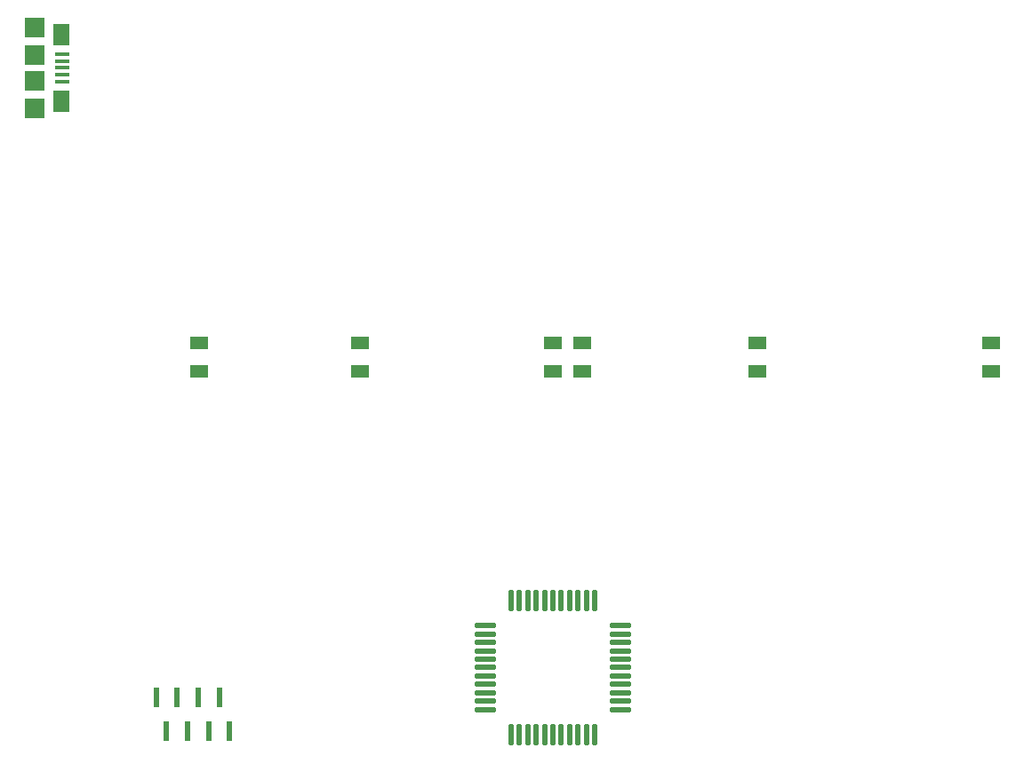
<source format=gbp>
%FSTAX23Y23*%
%MOIN*%
%SFA1B1*%

%IPPOS*%
%ADD24R,0.023622X0.072835*%
%ADD45R,0.068898X0.049212*%
%ADD114O,0.021654X0.080709*%
%ADD115O,0.080709X0.021654*%
%ADD116R,0.062992X0.082677*%
%ADD117R,0.053150X0.015748*%
%ADD118R,0.074803X0.074803*%
%LNnixie_board_v2.0-1*%
%LPD*%
G54D24*
X01647Y01787D03*
X01765Y01662D03*
X01844D03*
X01922D03*
X01804Y01787D03*
X01725D03*
X01883D03*
X01686Y01662D03*
G54D45*
X04777Y03119D03*
Y0301D03*
X0241Y03119D03*
Y0301D03*
X01807Y03119D03*
Y0301D03*
X03902Y03119D03*
Y0301D03*
X03245D03*
Y03119D03*
X03135Y0301D03*
Y03119D03*
G54D114*
X02977Y02152D03*
X03009D03*
X0304D03*
X03072D03*
X03103D03*
X03135D03*
X03166D03*
X03197D03*
X03229D03*
X0326D03*
X03292D03*
Y01647D03*
X0326D03*
X03229D03*
X03197D03*
X03166D03*
X03135D03*
X03103D03*
X03072D03*
X0304D03*
X03009D03*
X02977D03*
G54D115*
X03387Y02057D03*
Y02025D03*
Y01994D03*
Y01962D03*
Y01931D03*
Y019D03*
Y01868D03*
Y01837D03*
Y01805D03*
Y01774D03*
Y01742D03*
X02882D03*
Y01774D03*
Y01805D03*
Y01837D03*
Y01868D03*
Y019D03*
Y01931D03*
Y01962D03*
Y01994D03*
Y02025D03*
Y02057D03*
G54D116*
X0129Y04024D03*
Y04275D03*
G54D117*
X01295Y0415D03*
Y04201D03*
Y04175D03*
Y04124D03*
Y04098D03*
G54D118*
X0119Y04301D03*
Y04197D03*
Y04102D03*
Y03998D03*
M02*
</source>
